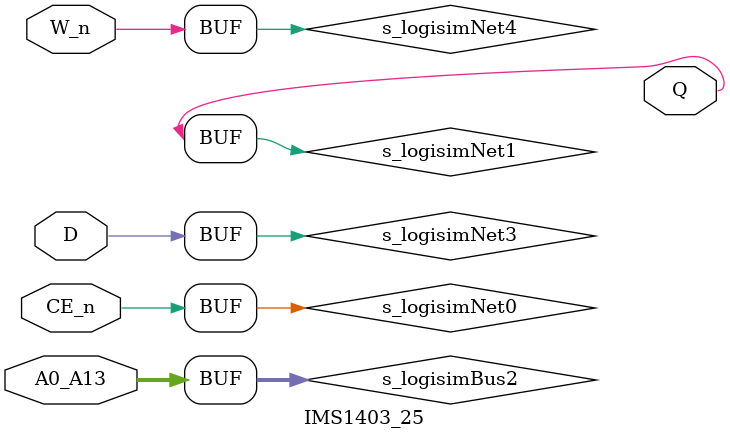
<source format=v>
/******************************************************************************
 ** Logisim-evolution goes FPGA automatic generated Verilog code             **
 ** https://github.com/logisim-evolution/                                    **
 **                                                                          **
 ** Component : IMS1403_25                                                   **
 **                                                                          **
 *****************************************************************************/

module IMS1403_25( A0_A13,
                   CE_n,
                   D,
                   Q,
                   W_n );

   /*******************************************************************************
   ** The inputs are defined here                                                **
   *******************************************************************************/
   input [13:0] A0_A13;
   input        CE_n;
   input        D;
   input        W_n;

   /*******************************************************************************
   ** The outputs are defined here                                               **
   *******************************************************************************/
   output Q;

   /*******************************************************************************
   ** The wires are defined here                                                 **
   *******************************************************************************/
   wire [13:0] s_logisimBus2;
   wire        s_logisimNet0;
   wire        s_logisimNet1;
   wire        s_logisimNet3;
   wire        s_logisimNet4;
   wire        s_logisimNet5;

   /*******************************************************************************
   ** The module functionality is described here                                 **
   *******************************************************************************/

   /*******************************************************************************
   ** Here all input connections are defined                                     **
   *******************************************************************************/
   assign s_logisimBus2[13:0] = A0_A13;
   assign s_logisimNet0       = CE_n;
   assign s_logisimNet3       = D;
   assign s_logisimNet4       = W_n;

   /*******************************************************************************
   ** Here all output connections are defined                                    **
   *******************************************************************************/
   assign Q = s_logisimNet1;

   /*******************************************************************************
   ** Here all in-lined components are defined                                   **
   *******************************************************************************/

   // NOT Gate
   assign s_logisimNet5 = ~s_logisimNet4;

endmodule

</source>
